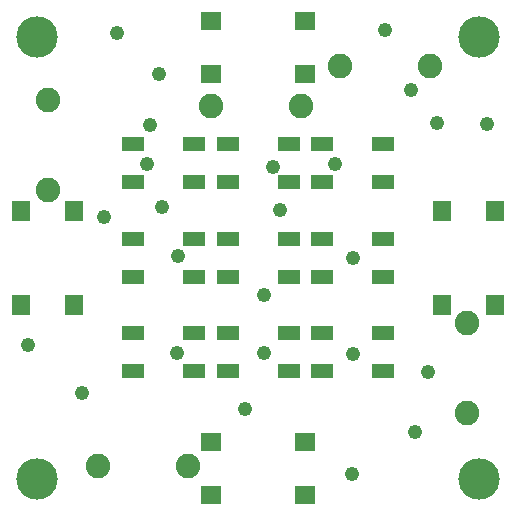
<source format=gbr>
G04 EAGLE Gerber RS-274X export*
G75*
%MOMM*%
%FSLAX34Y34*%
%LPD*%
%INSoldermask Top*%
%IPPOS*%
%AMOC8*
5,1,8,0,0,1.08239X$1,22.5*%
G01*
%ADD10R,1.854200X1.203200*%
%ADD11R,1.753200X1.503200*%
%ADD12R,1.503200X1.753200*%
%ADD13C,2.082800*%
%ADD14C,3.505200*%
%ADD15C,1.209600*%


D10*
X168020Y286250D03*
X116480Y286250D03*
X116480Y318250D03*
X168020Y318250D03*
X248020Y286250D03*
X196480Y286250D03*
X196480Y318250D03*
X248020Y318250D03*
X328020Y286250D03*
X276480Y286250D03*
X276480Y318250D03*
X328020Y318250D03*
X168020Y206250D03*
X116480Y206250D03*
X116480Y238250D03*
X168020Y238250D03*
X248020Y206250D03*
X196480Y206250D03*
X196480Y238250D03*
X248020Y238250D03*
X328020Y206250D03*
X276480Y206250D03*
X276480Y238250D03*
X328020Y238250D03*
X168020Y126250D03*
X116480Y126250D03*
X116480Y158250D03*
X168020Y158250D03*
X248020Y126250D03*
X196480Y126250D03*
X196480Y158250D03*
X248020Y158250D03*
X328020Y126250D03*
X276480Y126250D03*
X276480Y158250D03*
X328020Y158250D03*
D11*
X262000Y66610D03*
X182500Y66610D03*
X262000Y21610D03*
X182500Y21610D03*
D12*
X377890Y262000D03*
X377890Y182500D03*
X422890Y262000D03*
X422890Y182500D03*
D11*
X182500Y377890D03*
X262000Y377890D03*
X182500Y422890D03*
X262000Y422890D03*
D12*
X66610Y182500D03*
X66610Y262000D03*
X21610Y182500D03*
X21610Y262000D03*
D13*
X291950Y385050D03*
X368150Y385050D03*
X398650Y167250D03*
X398650Y91050D03*
X163250Y45750D03*
X87050Y45750D03*
X44150Y280050D03*
X44150Y356250D03*
X258850Y350850D03*
X182650Y350850D03*
D14*
X35000Y409500D03*
X409500Y409500D03*
X35000Y35000D03*
X409500Y35000D03*
D15*
X302500Y222500D03*
X416000Y335500D03*
X374000Y336500D03*
X301500Y39500D03*
X355000Y74500D03*
X73000Y108000D03*
X27000Y148750D03*
X154500Y223500D03*
X128500Y302000D03*
X287500Y302000D03*
X234500Y299500D03*
X153500Y141500D03*
X138000Y377500D03*
X103000Y412500D03*
X329500Y415500D03*
X227000Y190500D03*
X227000Y142000D03*
X130500Y335000D03*
X366000Y125500D03*
X351500Y364000D03*
X241000Y263000D03*
X211000Y94000D03*
X91500Y256500D03*
X302500Y141000D03*
X141000Y265500D03*
M02*

</source>
